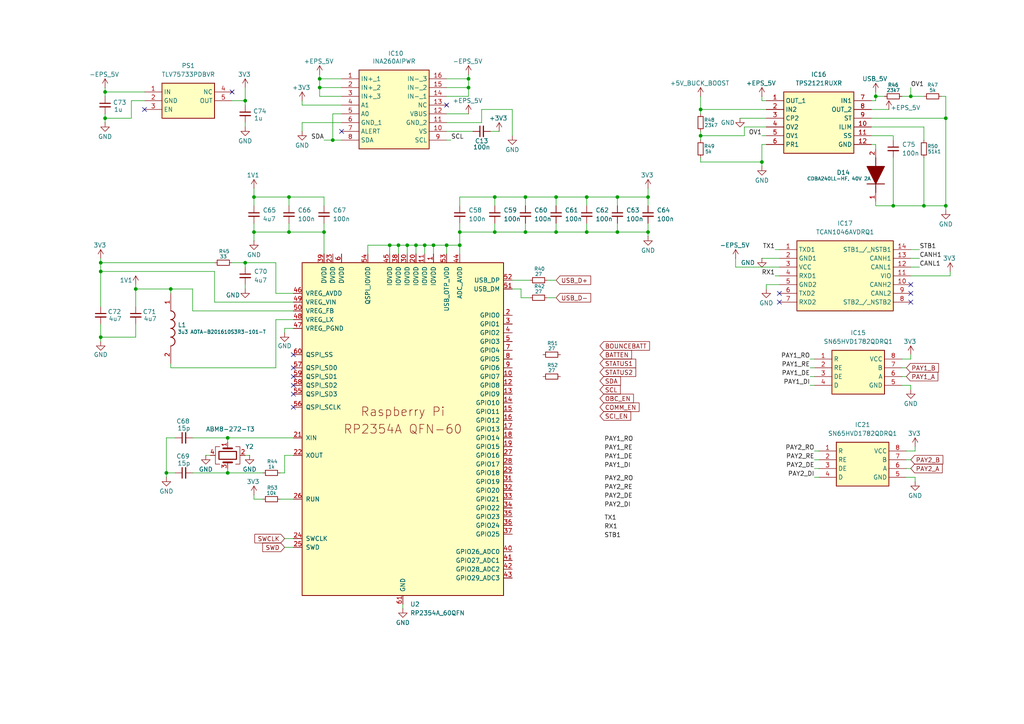
<source format=kicad_sch>
(kicad_sch (version 20250114) (generator "eeschema") (generator_version "9.0")
  (paper "A4")
  (title_block (title "HEDGE2 EPS") (date "2025-10-12") (rev "V0.8") (company "University of Virginia") (comment 1 "Department of Mechanical and Aerospace Engineering") (comment 2 "Edison Wong"))
  (junction (at 49.53 83.82))
  (junction (at 71.12 76.2))
  (junction (at 254 27.94))
  (junction (at 96.52 40.64))
  (junction (at 187.96 67.31))
  (junction (at 179.07 67.31))
  (junction (at 161.29 67.31))
  (junction (at 93.98 67.31))
  (junction (at 274.32 34.29))
  (junction (at 83.82 67.31))
  (junction (at 187.96 57.15))
  (junction (at 129.54 71.12))
  (junction (at 29.21 78.74))
  (junction (at 66.04 127))
  (junction (at 73.66 67.31))
  (junction (at 161.29 57.15))
  (junction (at 259.08 59.69))
  (junction (at 83.82 57.15))
  (junction (at 152.4 57.15))
  (junction (at 170.18 57.15))
  (junction (at 48.26 137.16))
  (junction (at 118.11 71.12))
  (junction (at 73.66 57.15))
  (junction (at 120.65 71.12))
  (junction (at 267.97 59.69))
  (junction (at 125.73 71.12))
  (junction (at 264.16 27.94))
  (junction (at 92.71 25.4))
  (junction (at 135.89 25.4))
  (junction (at 71.12 29.21))
  (junction (at 30.48 26.67))
  (junction (at 143.51 57.15))
  (junction (at 113.03 71.12))
  (junction (at 203.2 39.37))
  (junction (at 152.4 67.31))
  (junction (at 133.35 71.12))
  (junction (at 133.35 67.31))
  (junction (at 220.98 46.99))
  (junction (at 179.07 57.15))
  (junction (at 92.71 22.86))
  (junction (at 274.32 59.69))
  (junction (at 123.19 71.12))
  (junction (at 29.21 97.79))
  (junction (at 115.57 71.12))
  (junction (at 39.37 83.82))
  (junction (at 135.89 22.86))
  (junction (at 170.18 67.31))
  (junction (at 203.2 31.75))
  (junction (at 30.48 34.29))
  (junction (at 143.51 67.31))
  (junction (at 29.21 76.2))
  (junction (at 66.04 137.16))
  (no_connect (at 85.09 102.87))
  (no_connect (at 129.54 30.48))
  (no_connect (at 85.09 118.11))
  (no_connect (at 226.06 87.63))
  (no_connect (at 85.09 114.3))
  (no_connect (at 67.31 26.67))
  (no_connect (at 226.06 85.09))
  (no_connect (at 41.91 31.75))
  (no_connect (at 85.09 111.76))
  (no_connect (at 85.09 106.68))
  (no_connect (at 85.09 109.22))
  (no_connect (at 99.06 38.1))
  (no_connect (at 264.16 87.63))
  (no_connect (at 264.16 82.55))
  (no_connect (at 264.16 85.09))
  (wire (pts (xy 262.89 135.89) (xy 264.16 135.89)))
  (wire (pts (xy 133.35 57.15) (xy 143.51 57.15)))
  (wire (pts (xy 133.35 71.12) (xy 133.35 73.66)))
  (wire (pts (xy 267.97 36.83) (xy 267.97 40.64)))
  (wire (pts (xy 254 27.94) (xy 256.54 27.94)))
  (wire (pts (xy 274.32 59.69) (xy 274.32 60.96)))
  (wire (pts (xy 133.35 67.31) (xy 143.51 67.31)))
  (wire (pts (xy 39.37 83.82) (xy 49.53 83.82)))
  (wire (pts (xy 50.8 127) (xy 48.26 127)))
  (wire (pts (xy 273.05 27.94) (xy 274.32 27.94)))
  (wire (pts (xy 55.88 83.82) (xy 55.88 90.17)))
  (wire (pts (xy 265.43 138.43) (xy 262.89 138.43)))
  (wire (pts (xy 133.35 67.31) (xy 133.35 71.12)))
  (wire (pts (xy 236.22 133.35) (xy 237.49 133.35)))
  (wire (pts (xy 152.4 67.31) (xy 161.29 67.31)))
  (wire (pts (xy 264.16 27.94) (xy 267.97 27.94)))
  (wire (pts (xy 99.06 33.02) (xy 96.52 33.02)))
  (wire (pts (xy 30.48 25.4) (xy 30.48 26.67)))
  (wire (pts (xy 170.18 57.15) (xy 179.07 57.15)))
  (wire (pts (xy 125.73 71.12) (xy 129.54 71.12)))
  (wire (pts (xy 55.88 127) (xy 66.04 127)))
  (wire (pts (xy 38.1 34.29) (xy 30.48 34.29)))
  (wire (pts (xy 179.07 57.15) (xy 187.96 57.15)))
  (wire (pts (xy 115.57 71.12) (xy 115.57 73.66)))
  (wire (pts (xy 262.89 133.35) (xy 264.16 133.35)))
  (wire (pts (xy 71.12 82.55) (xy 71.12 83.82)))
  (wire (pts (xy 72.39 132.08) (xy 71.12 132.08)))
  (wire (pts (xy 261.62 106.68) (xy 262.89 106.68)))
  (wire (pts (xy 93.98 64.77) (xy 93.98 67.31)))
  (wire (pts (xy 213.36 77.47) (xy 226.06 77.47)))
  (wire (pts (xy 81.28 144.78) (xy 85.09 144.78)))
  (wire (pts (xy 148.59 31.75) (xy 148.59 39.37)))
  (wire (pts (xy 87.63 30.48) (xy 99.06 30.48)))
  (wire (pts (xy 129.54 40.64) (xy 130.81 40.64)))
  (wire (pts (xy 203.2 46.99) (xy 220.98 46.99)))
  (wire (pts (xy 274.32 27.94) (xy 274.32 34.29)))
  (wire (pts (xy 274.32 59.69) (xy 267.97 59.69)))
  (wire (pts (xy 261.62 104.14) (xy 264.16 104.14)))
  (wire (pts (xy 215.9 39.37) (xy 203.2 39.37)))
  (wire (pts (xy 142.24 38.1) (xy 144.78 38.1)))
  (wire (pts (xy 224.79 80.01) (xy 226.06 80.01)))
  (wire (pts (xy 129.54 38.1) (xy 137.16 38.1)))
  (wire (pts (xy 261.62 27.94) (xy 264.16 27.94)))
  (wire (pts (xy 106.68 71.12) (xy 113.03 71.12)))
  (wire (pts (xy 83.82 67.31) (xy 83.82 64.77)))
  (wire (pts (xy 203.2 31.75) (xy 222.25 31.75)))
  (wire (pts (xy 264.16 113.03) (xy 264.16 111.76)))
  (wire (pts (xy 99.06 27.94) (xy 92.71 27.94)))
  (wire (pts (xy 151.13 83.82) (xy 151.13 86.36)))
  (wire (pts (xy 49.53 105.41) (xy 49.53 106.68)))
  (wire (pts (xy 92.71 21.59) (xy 92.71 22.86)))
  (wire (pts (xy 264.16 25.4) (xy 264.16 27.94)))
  (wire (pts (xy 170.18 67.31) (xy 179.07 67.31)))
  (wire (pts (xy 93.98 59.69) (xy 93.98 57.15)))
  (wire (pts (xy 152.4 67.31) (xy 152.4 64.77)))
  (wire (pts (xy 48.26 138.43) (xy 48.26 137.16)))
  (wire (pts (xy 252.73 31.75) (xy 257.81 31.75)))
  (wire (pts (xy 220.98 46.99) (xy 220.98 48.26)))
  (wire (pts (xy 30.48 33.02) (xy 30.48 34.29)))
  (wire (pts (xy 143.51 67.31) (xy 152.4 67.31)))
  (wire (pts (xy 82.55 158.75) (xy 85.09 158.75)))
  (wire (pts (xy 254 59.69) (xy 259.08 59.69)))
  (wire (pts (xy 158.75 81.28) (xy 161.29 81.28)))
  (wire (pts (xy 73.66 143.51) (xy 73.66 144.78)))
  (wire (pts (xy 135.89 27.94) (xy 135.89 25.4)))
  (wire (pts (xy 264.16 111.76) (xy 261.62 111.76)))
  (wire (pts (xy 254 27.94) (xy 254 29.21)))
  (wire (pts (xy 203.2 39.37) (xy 203.2 40.64)))
  (wire (pts (xy 161.29 67.31) (xy 170.18 67.31)))
  (wire (pts (xy 139.7 35.56) (xy 139.7 31.75)))
  (wire (pts (xy 187.96 64.77) (xy 187.96 67.31)))
  (wire (pts (xy 29.21 76.2) (xy 62.23 76.2)))
  (wire (pts (xy 49.53 83.82) (xy 49.53 85.09)))
  (wire (pts (xy 220.98 74.93) (xy 226.06 74.93)))
  (wire (pts (xy 93.98 67.31) (xy 93.98 73.66)))
  (wire (pts (xy 152.4 57.15) (xy 152.4 59.69)))
  (wire (pts (xy 129.54 25.4) (xy 135.89 25.4)))
  (wire (pts (xy 234.95 104.14) (xy 236.22 104.14)))
  (wire (pts (xy 93.98 40.64) (xy 96.52 40.64)))
  (wire (pts (xy 49.53 83.82) (xy 55.88 83.82)))
  (wire (pts (xy 275.59 80.01) (xy 264.16 80.01)))
  (wire (pts (xy 41.91 26.67) (xy 30.48 26.67)))
  (wire (pts (xy 215.9 36.83) (xy 215.9 39.37)))
  (wire (pts (xy 48.26 127) (xy 48.26 137.16)))
  (wire (pts (xy 220.98 27.94) (xy 220.98 29.21)))
  (wire (pts (xy 254 26.67) (xy 254 27.94)))
  (wire (pts (xy 87.63 29.21) (xy 87.63 30.48)))
  (wire (pts (xy 187.96 59.69) (xy 187.96 57.15)))
  (wire (pts (xy 264.16 104.14) (xy 264.16 102.87)))
  (wire (pts (xy 29.21 97.79) (xy 29.21 99.06)))
  (wire (pts (xy 71.12 35.56) (xy 71.12 36.83)))
  (wire (pts (xy 82.55 96.52) (xy 82.55 95.25)))
  (wire (pts (xy 93.98 57.15) (xy 83.82 57.15)))
  (wire (pts (xy 39.37 97.79) (xy 29.21 97.79)))
  (wire (pts (xy 29.21 78.74) (xy 29.21 76.2)))
  (wire (pts (xy 129.54 71.12) (xy 133.35 71.12)))
  (wire (pts (xy 93.98 67.31) (xy 83.82 67.31)))
  (wire (pts (xy 39.37 83.82) (xy 39.37 88.9)))
  (wire (pts (xy 135.89 22.86) (xy 129.54 22.86)))
  (wire (pts (xy 92.71 27.94) (xy 92.71 25.4)))
  (wire (pts (xy 161.29 57.15) (xy 170.18 57.15)))
  (wire (pts (xy 29.21 93.98) (xy 29.21 97.79)))
  (wire (pts (xy 82.55 132.08) (xy 82.55 137.16)))
  (wire (pts (xy 82.55 95.25) (xy 85.09 95.25)))
  (wire (pts (xy 116.84 175.26) (xy 116.84 176.53)))
  (wire (pts (xy 66.04 127) (xy 66.04 128.27)))
  (wire (pts (xy 113.03 71.12) (xy 113.03 73.66)))
  (wire (pts (xy 170.18 57.15) (xy 170.18 59.69)))
  (wire (pts (xy 125.73 71.12) (xy 125.73 73.66)))
  (wire (pts (xy 71.12 29.21) (xy 71.12 30.48)))
  (wire (pts (xy 148.59 83.82) (xy 151.13 83.82)))
  (wire (pts (xy 148.59 81.28) (xy 153.67 81.28)))
  (wire (pts (xy 87.63 35.56) (xy 99.06 35.56)))
  (wire (pts (xy 187.96 67.31) (xy 179.07 67.31)))
  (wire (pts (xy 259.08 45.72) (xy 259.08 59.69)))
  (wire (pts (xy 220.98 41.91) (xy 220.98 46.99)))
  (wire (pts (xy 38.1 29.21) (xy 38.1 34.29)))
  (wire (pts (xy 254 41.91) (xy 254 43.18)))
  (wire (pts (xy 92.71 22.86) (xy 99.06 22.86)))
  (wire (pts (xy 55.88 137.16) (xy 66.04 137.16)))
  (wire (pts (xy 29.21 78.74) (xy 29.21 88.9)))
  (wire (pts (xy 30.48 34.29) (xy 30.48 35.56)))
  (wire (pts (xy 252.73 34.29) (xy 274.32 34.29)))
  (wire (pts (xy 275.59 78.74) (xy 275.59 80.01)))
  (wire (pts (xy 129.54 27.94) (xy 135.89 27.94)))
  (wire (pts (xy 73.66 57.15) (xy 83.82 57.15)))
  (wire (pts (xy 143.51 57.15) (xy 152.4 57.15)))
  (wire (pts (xy 222.25 36.83) (xy 215.9 36.83)))
  (wire (pts (xy 161.29 57.15) (xy 161.29 59.69)))
  (wire (pts (xy 170.18 67.31) (xy 170.18 64.77)))
  (wire (pts (xy 152.4 57.15) (xy 161.29 57.15)))
  (wire (pts (xy 71.12 76.2) (xy 71.12 77.47)))
  (wire (pts (xy 67.31 29.21) (xy 71.12 29.21)))
  (wire (pts (xy 87.63 35.56) (xy 87.63 38.1)))
  (wire (pts (xy 66.04 127) (xy 85.09 127)))
  (wire (pts (xy 179.07 67.31) (xy 179.07 64.77)))
  (wire (pts (xy 39.37 82.55) (xy 39.37 83.82)))
  (wire (pts (xy 236.22 135.89) (xy 237.49 135.89)))
  (wire (pts (xy 113.03 71.12) (xy 115.57 71.12)))
  (wire (pts (xy 262.89 130.81) (xy 265.43 130.81)))
  (wire (pts (xy 135.89 21.59) (xy 135.89 22.86)))
  (wire (pts (xy 66.04 137.16) (xy 76.2 137.16)))
  (wire (pts (xy 85.09 85.09) (xy 80.01 85.09)))
  (wire (pts (xy 214.63 34.29) (xy 222.25 34.29)))
  (wire (pts (xy 62.23 78.74) (xy 29.21 78.74)))
  (wire (pts (xy 179.07 57.15) (xy 179.07 59.69)))
  (wire (pts (xy 71.12 25.4) (xy 71.12 29.21)))
  (wire (pts (xy 254 58.42) (xy 254 59.69)))
  (wire (pts (xy 267.97 45.72) (xy 267.97 59.69)))
  (wire (pts (xy 222.25 82.55) (xy 226.06 82.55)))
  (wire (pts (xy 220.98 29.21) (xy 222.25 29.21)))
  (wire (pts (xy 115.57 71.12) (xy 118.11 71.12)))
  (wire (pts (xy 73.66 59.69) (xy 73.66 57.15)))
  (wire (pts (xy 85.09 87.63) (xy 62.23 87.63)))
  (wire (pts (xy 264.16 77.47) (xy 266.7 77.47)))
  (wire (pts (xy 222.25 83.82) (xy 222.25 82.55)))
  (wire (pts (xy 220.98 39.37) (xy 222.25 39.37)))
  (wire (pts (xy 234.95 109.22) (xy 236.22 109.22)))
  (wire (pts (xy 254 41.91) (xy 252.73 41.91)))
  (wire (pts (xy 264.16 74.93) (xy 266.7 74.93)))
  (wire (pts (xy 48.26 137.16) (xy 50.8 137.16)))
  (wire (pts (xy 143.51 64.77) (xy 143.51 67.31)))
  (wire (pts (xy 99.06 25.4) (xy 92.71 25.4)))
  (wire (pts (xy 59.69 132.08) (xy 60.96 132.08)))
  (wire (pts (xy 129.54 33.02) (xy 135.89 33.02)))
  (wire (pts (xy 118.11 71.12) (xy 118.11 73.66)))
  (wire (pts (xy 139.7 31.75) (xy 148.59 31.75)))
  (wire (pts (xy 49.53 106.68) (xy 80.01 106.68)))
  (wire (pts (xy 254 29.21) (xy 252.73 29.21)))
  (wire (pts (xy 151.13 86.36) (xy 153.67 86.36)))
  (wire (pts (xy 71.12 76.2) (xy 67.31 76.2)))
  (wire (pts (xy 252.73 39.37) (xy 259.08 39.37)))
  (wire (pts (xy 234.95 106.68) (xy 236.22 106.68)))
  (wire (pts (xy 123.19 71.12) (xy 125.73 71.12)))
  (wire (pts (xy 80.01 85.09) (xy 80.01 76.2)))
  (wire (pts (xy 96.52 33.02) (xy 96.52 40.64)))
  (wire (pts (xy 55.88 90.17) (xy 85.09 90.17)))
  (wire (pts (xy 187.96 67.31) (xy 187.96 68.58)))
  (wire (pts (xy 135.89 25.4) (xy 135.89 22.86)))
  (wire (pts (xy 118.11 71.12) (xy 120.65 71.12)))
  (wire (pts (xy 133.35 64.77) (xy 133.35 67.31)))
  (wire (pts (xy 213.36 74.93) (xy 213.36 77.47)))
  (wire (pts (xy 82.55 137.16) (xy 81.28 137.16)))
  (wire (pts (xy 259.08 59.69) (xy 267.97 59.69)))
  (wire (pts (xy 252.73 36.83) (xy 267.97 36.83)))
  (wire (pts (xy 96.52 40.64) (xy 99.06 40.64)))
  (wire (pts (xy 129.54 71.12) (xy 129.54 73.66)))
  (wire (pts (xy 83.82 57.15) (xy 83.82 59.69)))
  (wire (pts (xy 123.19 73.66) (xy 123.19 71.12)))
  (wire (pts (xy 62.23 87.63) (xy 62.23 78.74)))
  (wire (pts (xy 203.2 39.37) (xy 203.2 38.1)))
  (wire (pts (xy 133.35 59.69) (xy 133.35 57.15)))
  (wire (pts (xy 158.75 86.36) (xy 161.29 86.36)))
  (wire (pts (xy 106.68 73.66) (xy 106.68 71.12)))
  (wire (pts (xy 82.55 156.21) (xy 85.09 156.21)))
  (wire (pts (xy 220.98 41.91) (xy 222.25 41.91)))
  (wire (pts (xy 80.01 92.71) (xy 85.09 92.71)))
  (wire (pts (xy 30.48 26.67) (xy 30.48 27.94)))
  (wire (pts (xy 259.08 39.37) (xy 259.08 40.64)))
  (wire (pts (xy 73.66 54.61) (xy 73.66 57.15)))
  (wire (pts (xy 234.95 111.76) (xy 236.22 111.76)))
  (wire (pts (xy 143.51 57.15) (xy 143.51 59.69)))
  (wire (pts (xy 129.54 35.56) (xy 139.7 35.56)))
  (wire (pts (xy 236.22 130.81) (xy 237.49 130.81)))
  (wire (pts (xy 261.62 109.22) (xy 262.89 109.22)))
  (wire (pts (xy 274.32 34.29) (xy 274.32 59.69)))
  (wire (pts (xy 120.65 71.12) (xy 120.65 73.66)))
  (wire (pts (xy 203.2 27.94) (xy 203.2 31.75)))
  (wire (pts (xy 73.66 69.85) (xy 73.66 67.31)))
  (wire (pts (xy 92.71 25.4) (xy 92.71 22.86)))
  (wire (pts (xy 39.37 93.98) (xy 39.37 97.79)))
  (wire (pts (xy 123.19 71.12) (xy 120.65 71.12)))
  (wire (pts (xy 29.21 74.93) (xy 29.21 76.2)))
  (wire (pts (xy 80.01 106.68) (xy 80.01 92.71)))
  (wire (pts (xy 265.43 129.54) (xy 265.43 130.81)))
  (wire (pts (xy 85.09 132.08) (xy 82.55 132.08)))
  (wire (pts (xy 187.96 54.61) (xy 187.96 57.15)))
  (wire (pts (xy 41.91 29.21) (xy 38.1 29.21)))
  (wire (pts (xy 236.22 138.43) (xy 237.49 138.43)))
  (wire (pts (xy 66.04 137.16) (xy 66.04 135.89)))
  (wire (pts (xy 73.66 144.78) (xy 76.2 144.78)))
  (wire (pts (xy 203.2 45.72) (xy 203.2 46.99)))
  (wire (pts (xy 161.29 67.31) (xy 161.29 64.77)))
  (wire (pts (xy 73.66 67.31) (xy 83.82 67.31)))
  (wire (pts (xy 264.16 72.39) (xy 266.7 72.39)))
  (wire (pts (xy 80.01 76.2) (xy 71.12 76.2)))
  (wire (pts (xy 224.79 72.39) (xy 226.06 72.39)))
  (wire (pts (xy 203.2 31.75) (xy 203.2 33.02)))
  (wire (pts (xy 73.66 64.77) (xy 73.66 67.31)))
  (wire (pts (xy 265.43 139.7) (xy 265.43 138.43)))
  (label "OV1" (at 264.16 25.4 0))
  (label "PAY1_DI" (at 175.26 135.89 0))
  (label "PAY1_RO" (at 234.95 104.14 180))
  (label "RX1" (at 224.79 80.01 180))
  (label "PAY2_DI" (at 175.26 147.32 0))
  (label "OV1" (at 220.98 39.37 180))
  (label "TX1" (at 224.79 72.39 180))
  (label "PAY2_RE" (at 175.26 142.24 0))
  (label "TX1" (at 175.26 151.13 0))
  (label "SDA" (at 93.98 40.64 180))
  (label "PAY2_RE" (at 236.22 133.35 180))
  (label "CANL1" (at 266.7 77.47 0))
  (label "STB1" (at 175.26 156.21 0))
  (label "PAY1_RO" (at 175.26 128.27 0))
  (label "PAY1_RE" (at 234.95 106.68 180))
  (label "PAY2_DE" (at 236.22 135.89 180))
  (label "PAY1_DE" (at 234.95 109.22 180))
  (label "PAY1_RE" (at 175.26 130.81 0))
  (label "STB1" (at 266.7 72.39 0))
  (label "CANH1" (at 266.7 74.93 0))
  (label "PAY2_RO" (at 175.26 139.7 0))
  (label "PAY2_DE" (at 175.26 144.78 0))
  (label "PAY1_DI" (at 234.95 111.76 180))
  (label "PAY2_RO" (at 236.22 130.81 180))
  (label "PAY1_DE" (at 175.26 133.35 0))
  (label "SCL" (at 130.81 40.64 0))
  (label "PAY2_DI" (at 236.22 138.43 180))
  (label "RX1" (at 175.26 153.67 0))
  (global_label "BATTEN" (shape input) (at 173.99 102.87 0) (property "Intersheetrefs" "${INTERSHEET_REFS}" (effects (hide yes))))
  (global_label "SCL" (shape input) (at 173.99 113.03 0) (property "Intersheetrefs" "${INTERSHEET_REFS}" (effects (hide yes))))
  (global_label "USB_D-" (shape input) (at 161.29 86.36 0) (property "Intersheetrefs" "${INTERSHEET_REFS}" (effects (hide yes))))
  (global_label "SDA" (shape input) (at 173.99 110.49 0) (property "Intersheetrefs" "${INTERSHEET_REFS}" (effects (hide yes))))
  (global_label "COMM_EN" (shape input) (at 173.99 118.11 0) (property "Intersheetrefs" "${INTERSHEET_REFS}" (effects (hide yes))))
  (global_label "OBC_EN" (shape input) (at 173.99 115.57 0) (property "Intersheetrefs" "${INTERSHEET_REFS}" (effects (hide yes))))
  (global_label "PAY2_A" (shape input) (at 264.16 135.89 0) (property "Intersheetrefs" "${INTERSHEET_REFS}" (effects (hide yes))))
  (global_label "SWCLK" (shape input) (at 82.55 156.21 180) (property "Intersheetrefs" "${INTERSHEET_REFS}" (effects (hide yes))))
  (global_label "PAY2_B" (shape input) (at 264.16 133.35 0) (property "Intersheetrefs" "${INTERSHEET_REFS}" (effects (hide yes))))
  (global_label "BOUNCEBATT" (shape input) (at 173.99 100.33 0) (property "Intersheetrefs" "${INTERSHEET_REFS}" (effects (hide yes))))
  (global_label "SCI_EN" (shape input) (at 173.99 120.65 0) (property "Intersheetrefs" "${INTERSHEET_REFS}" (effects (hide yes))))
  (global_label "USB_D+" (shape input) (at 161.29 81.28 0) (property "Intersheetrefs" "${INTERSHEET_REFS}" (effects (hide yes))))
  (global_label "STATUS2" (shape input) (at 173.99 107.95 0) (property "Intersheetrefs" "${INTERSHEET_REFS}" (effects (hide yes))))
  (global_label "STATUS1" (shape input) (at 173.99 105.41 0) (property "Intersheetrefs" "${INTERSHEET_REFS}" (effects (hide yes))))
  (global_label "SWD" (shape input) (at 82.55 158.75 180) (property "Intersheetrefs" "${INTERSHEET_REFS}" (effects (hide yes))))
  (global_label "PAY1_A" (shape input) (at 262.89 109.22 0) (property "Intersheetrefs" "${INTERSHEET_REFS}" (effects (hide yes))))
  (global_label "PAY1_B" (shape input) (at 262.89 106.68 0) (property "Intersheetrefs" "${INTERSHEET_REFS}" (effects (hide yes))))
  (symbol (lib_id "MCU_RaspberryPi_RP2350:RP2350_60QFN") (at 116.84 124.46 0) (unit 1)
    (property "Reference" "U2" (at 118.9833 175.26 0) (effects (justify left)))
    (property "Value" "RP2354A_60QFN" (at 118.9833 177.8 0) (effects (justify left)))
    (property "Footprint" "RP2354A_60QFN_minimal:RP2350-QFN-60-1EP_7x7_P0.4mm_EP3.4x3.4mm_ThermalVias" (effects (hide yes)))
  )
  (symbol (lib_id "Device:C_Small") (at 139.7 38.1 90) (unit 1)
    (property "Reference" "C13" (at 139.7 40.894 90))
    (property "Value" "100n" (at 139.7 42.672 90))
    (property "Description" "Unpolarized capacitor, small symbol" (effects (hide yes)))
  )
  (symbol (lib_id "Device:Crystal_GND24") (at 66.04 132.08 270) (unit 1)
    (property "Reference" "Y2" (at 71.12 129.54 90) (effects (justify left)))
    (property "Value" "ABM8-272-T3" (at 59.69 124.46 90) (effects (justify left)))
    (property "Footprint" "Crystal:Crystal_SMD_3225-4Pin_3.2x2.5mm" (effects (hide yes)))
  )
  (symbol (lib_id "power:+12V") (at 135.89 21.59 0) (unit 1)
    (property "Reference" "#PWR046" (effects (hide yes)))
    (property "Value" "-EPS_5V" (at 135.636 17.78 0))
    (property "Description" "Power symbol creates a global label with name \"+12V\"" (effects (hide yes)))
  )
  (symbol (lib_id "power:GND") (at 220.98 48.26 0) (unit 1)
    (property "Reference" "#PWR0144" (effects (hide yes)))
    (property "Value" "GND" (at 220.98 52.324 0))
    (property "Description" "Power symbol creates a global label with name \"GND\" , ground" (effects (hide yes)))
  )
  (symbol (lib_id "Device:R_Small") (at 78.74 144.78 90) (unit 1)
    (property "Reference" "R53" (at 78.994 141.478 90) (effects (font (size 1.016 1.016))))
    (property "Value" "10k" (at 78.74 143.002 90) (effects (font (size 1.016 1.016))))
    (property "Description" "Resistor, small symbol" (effects (hide yes)))
  )
  (symbol (lib_id "power:+12V") (at 71.12 25.4 0) (unit 1)
    (property "Reference" "#PWR0137" (effects (hide yes)))
    (property "Value" "3V3" (at 70.866 21.59 0))
    (property "Description" "Power symbol creates a global label with name \"+12V\"" (effects (hide yes)))
  )
  (symbol (lib_id "power:GND") (at 82.55 96.52 0) (unit 1)
    (property "Reference" "#PWR0133" (effects (hide yes)))
    (property "Value" "GND" (at 82.55 100.33 0))
    (property "Description" "Power symbol creates a global label with name \"GND\" , ground" (effects (hide yes)))
  )
  (symbol (lib_id "power:GND") (at 148.59 39.37 0) (unit 1)
    (property "Reference" "#PWR048" (effects (hide yes)))
    (property "Value" "GND" (at 148.59 43.434 0))
    (property "Description" "Power symbol creates a global label with name \"GND\" , ground" (effects (hide yes)))
  )
  (symbol (lib_id "HEDGE2:CDBA240LL-HF") (at 254 58.42 90) (unit 1)
    (property "Reference" "D14" (at 244.602 50.038 90))
    (property "Value" "CDBA240LL-HF, 40V 2A" (at 243.332 51.816 90) (effects (font (size 1.016 1.016))))
    (property "Footprint" "DIOM5225X250N" (effects (hide yes)))
    (property "Datasheet" "https://datasheet.datasheetarchive.com/originals/distributors/Datasheets-DGA22/1401764.pdf" (effects (hide yes)))
    (property "Description" "Ultra Low VF SMD Schottky Barrier Rectifiers" (effects (hide yes)))
    (property "Height" "2.5" (effects (hide yes)))
    (property "Manufacturer_Name" "Comchip Technology" (effects (hide yes)))
    (property "Manufacturer_Part_Number" "CDBA240LL-HF" (effects (hide yes)))
    (property "Mouser Part Number" "750-CDBA240LL-HF" (effects (hide yes)))
    (property "Mouser Price/Stock" "https://www.mouser.co.uk/ProductDetail/Comchip-Technology/CDBA240LL-HF?qs=2qJf6qQ4IOK8%252BRkX5aZc7g%3D%3D" (effects (hide yes)))
    (property "Arrow Part Number" "CDBA240LL-HF" (effects (hide yes)))
    (property "Arrow Price/Stock" "https://www.arrow.com/en/products/cdba240ll-hf/comchip-technology?region=nac" (effects (hide yes)))
  )
  (symbol (lib_id "power:GND") (at 116.84 176.53 0) (unit 1)
    (property "Reference" "#PWR0124" (effects (hide yes)))
    (property "Value" "GND" (at 116.84 180.594 0))
    (property "Description" "Power symbol creates a global label with name \"GND\" , ground" (effects (hide yes)))
  )
  (symbol (lib_id "power:+12V") (at 187.96 54.61 0) (unit 1)
    (property "Reference" "#PWR0123" (effects (hide yes)))
    (property "Value" "3V3" (at 187.706 50.8 0))
    (property "Description" "Power symbol creates a global label with name \"+12V\"" (effects (hide yes)))
  )
  (symbol (lib_id "Device:R_Small") (at 160.02 109.22 90) (unit 1)
    (property "Reference" "R52" (at 160.274 105.918 90) (effects (font (size 1.016 1.016))))
    (property "Value" "27" (at 160.02 107.442 90) (effects (font (size 1.016 1.016))))
    (property "Description" "Resistor, small symbol" (effects (hide yes)))
  )
  (symbol (lib_id "Device:C_Small") (at 30.48 30.48 0) (unit 1)
    (property "Reference" "C73" (at 32.766 29.718 0) (effects (justify left)))
    (property "Value" "1u" (at 33.02 31.7562 0) (effects (justify left)))
    (property "Description" "Unpolarized capacitor, small symbol" (effects (hide yes)))
  )
  (symbol (lib_id "power:GND") (at 87.63 38.1 0) (unit 1)
    (property "Reference" "#PWR044" (effects (hide yes)))
    (property "Value" "GND" (at 87.63 42.164 0))
    (property "Description" "Power symbol creates a global label with name \"GND\" , ground" (effects (hide yes)))
  )
  (symbol (lib_id "power:GND") (at 73.66 69.85 0) (unit 1)
    (property "Reference" "#PWR0126" (effects (hide yes)))
    (property "Value" "GND" (at 73.66 73.914 0))
    (property "Description" "Power symbol creates a global label with name \"GND\" , ground" (effects (hide yes)))
  )
  (symbol (lib_id "Device:C_Small") (at 133.35 62.23 0) (unit 1)
    (property "Reference" "C58" (at 135.89 60.9662 0) (effects (justify left)))
    (property "Value" "100n" (at 135.89 63.5062 0) (effects (justify left)))
    (property "Description" "Unpolarized capacitor, small symbol" (effects (hide yes)))
  )
  (symbol (lib_id "power:GND") (at 30.48 35.56 0) (unit 1)
    (property "Reference" "#PWR0135" (effects (hide yes)))
    (property "Value" "GND" (at 30.48 39.624 0))
    (property "Description" "Power symbol creates a global label with name \"GND\" , ground" (effects (hide yes)))
  )
  (symbol (lib_id "HEDGE2:AOTA-B201610S3R3-101-T") (at 49.53 85.09 270) (unit 1)
    (property "Reference" "L1" (at 51.562 94.234 90) (effects (justify left)))
    (property "Value" "3u3 AOTA-B201610S3R3-101-T" (at 51.562 96.266 90) (effects (font (size 1.016 1.016)) (justify left)))
    (property "Footprint" "AOTAB201610S3R3101T" (effects (hide yes)))
    (property "Datasheet" "https://abracon.com/datasheets/AOTA-B201610S3R3-101-T.pdf" (effects (hide yes)))
    (property "Description" "Power Inductors - SMD IND 3.3uH" (effects (hide yes)))
    (property "Height" "1" (effects (hide yes)))
    (property "Manufacturer_Name" "ABRACON" (effects (hide yes)))
    (property "Manufacturer_Part_Number" "AOTA-B201610S3R3-101-T" (effects (hide yes)))
    (property "Mouser Part Number" "815-AB201610S3R3101T" (effects (hide yes)))
    (property "Mouser Price/Stock" "https://www.mouser.co.uk/ProductDetail/ABRACON/AOTA-B201610S3R3-101-T?qs=%252BXxaIXUDbq0IZvJW%2F2mv4w%3D%3D" (effects (hide yes)))
    (property "Arrow Part Number" "AOTA-B201610S3R3-101-T" (effects (hide yes)))
    (property "Arrow Price/Stock" "https://www.arrow.com/en/products/aota-b201610s3r3-101-t/abracon?utm_currency=USD&region=nac" (effects (hide yes)))
  )
  (symbol (lib_id "power:+12V") (at 275.59 78.74 0) (unit 1)
    (property "Reference" "#PWR0139" (effects (hide yes)))
    (property "Value" "3V3" (at 275.336 74.93 0))
    (property "Description" "Power symbol creates a global label with name \"+12V\"" (effects (hide yes)))
  )
  (symbol (lib_id "power:+12V") (at 254 26.67 0) (unit 1)
    (property "Reference" "#PWR0145" (effects (hide yes)))
    (property "Value" "USB_5V" (at 253.746 22.86 0))
    (property "Description" "Power symbol creates a global label with name \"+12V\"" (effects (hide yes)))
  )
  (symbol (lib_id "power:GND") (at 187.96 68.58 0) (unit 1)
    (property "Reference" "#PWR0122" (effects (hide yes)))
    (property "Value" "GND" (at 187.96 72.644 0))
    (property "Description" "Power symbol creates a global label with name \"GND\" , ground" (effects (hide yes)))
  )
  (symbol (lib_id "power:+3V3") (at 144.78 38.1 0) (unit 1)
    (property "Reference" "#PWR047" (effects (hide yes)))
    (property "Value" "+3V3" (at 144.526 34.29 0))
    (property "Description" "Power symbol creates a global label with name \"+3V3\"" (effects (hide yes)))
  )
  (symbol (lib_id "power:GND") (at 71.12 36.83 0) (unit 1)
    (property "Reference" "#PWR0136" (effects (hide yes)))
    (property "Value" "GND" (at 71.12 40.894 0))
    (property "Description" "Power symbol creates a global label with name \"GND\" , ground" (effects (hide yes)))
  )
  (symbol (lib_id "Device:C_Small") (at 53.34 137.16 90) (unit 1)
    (property "Reference" "C69" (at 53.086 132.334 90))
    (property "Value" "15p" (at 53.34 134.366 90))
    (property "Description" "Unpolarized capacitor, small symbol" (effects (hide yes)))
  )
  (symbol (lib_id "HEDGE2:INA260AIPWR") (at 99.06 22.86 0) (unit 1)
    (property "Reference" "IC10" (at 114.808 15.494 0))
    (property "Value" "INA260AIPWR" (at 114.3 17.78 0))
    (property "Footprint" "SOP65P640X120-16N" (effects (hide yes)))
    (property "Datasheet" "http://www.ti.com/lit/gpn/INA260" (effects (hide yes)))
    (property "Description" "36V, Bi-Dir, High Accuracy, Low-/High-Side, I2C Current/Pwr Monitor w/Integrated 2m Shunt Resistor" (effects (hide yes)))
    (property "Height" "1.2" (effects (hide yes)))
    (property "Manufacturer_Name" "Texas Instruments" (effects (hide yes)))
    (property "Manufacturer_Part_Number" "INA260AIPWR" (effects (hide yes)))
    (property "Mouser Part Number" "595-INA260AIPWR" (effects (hide yes)))
    (property "Mouser Price/Stock" "https://www.mouser.co.uk/ProductDetail/Texas-Instruments/INA260AIPWR?qs=vcbl%252BK4rRldNzXQDYx03SQ%3D%3D" (effects (hide yes)))
    (property "Arrow Part Number" "INA260AIPWR" (effects (hide yes)))
    (property "Arrow Price/Stock" "https://www.arrow.com/en/products/ina260aipwr/texas-instruments?utm_currency=USD&region=nac" (effects (hide yes)))
  )
  (symbol (lib_id "Device:C_Small") (at 71.12 80.01 0) (unit 1)
    (property "Reference" "C70" (at 73.66 78.7462 0) (effects (justify left)))
    (property "Value" "4u7" (at 73.66 81.2862 0) (effects (justify left)))
    (property "Description" "Unpolarized capacitor, small symbol" (effects (hide yes)))
  )
  (symbol (lib_id "power:+12V") (at 220.98 27.94 0) (unit 1)
    (property "Reference" "#PWR0147" (effects (hide yes)))
    (property "Value" "+EPS_5V" (at 220.726 24.13 0))
    (property "Description" "Power symbol creates a global label with name \"+12V\"" (effects (hide yes)))
  )
  (symbol (lib_id "Device:C_Small") (at 179.07 62.23 0) (unit 1)
    (property "Reference" "C63" (at 181.61 60.9662 0) (effects (justify left)))
    (property "Value" "100n" (at 181.61 63.5062 0) (effects (justify left)))
    (property "Description" "Unpolarized capacitor, small symbol" (effects (hide yes)))
  )
  (symbol (lib_id "Device:R_Small") (at 270.51 27.94 90) (unit 1)
    (property "Reference" "R47" (at 270.51 24.638 90) (effects (font (size 1.016 1.016))))
    (property "Value" "5k" (at 270.51 26.162 90) (effects (font (size 1.016 1.016))))
    (property "Description" "Resistor, small symbol" (effects (hide yes)))
  )
  (symbol (lib_id "HEDGE2:TPS2121RUXR") (at 222.25 29.21 0) (unit 1)
    (property "Reference" "IC16" (at 237.49 21.59 0))
    (property "Value" "TPS2121RUXR" (at 237.49 24.13 0))
    (property "Footprint" "TPS2121RUXR" (effects (hide yes)))
    (property "Datasheet" "https://www.ti.com/lit/gpn/TPS2121" (effects (hide yes)))
    (property "Description" "2.7-22V, 56m, 4.5A, Priority Power MUX with Seamless Switchover" (effects (hide yes)))
    (property "Height" "1" (effects (hide yes)))
    (property "Manufacturer_Name" "Texas Instruments" (effects (hide yes)))
    (property "Manufacturer_Part_Number" "TPS2121RUXR" (effects (hide yes)))
    (property "Mouser Part Number" "595-TPS2121RUXR" (effects (hide yes)))
    (property "Mouser Price/Stock" "https://www.mouser.co.uk/ProductDetail/Texas-Instruments/TPS2121RUXR?qs=qSfuJ%252Bfl%2Fd7dCYiVnUfngQ%3D%3D" (effects (hide yes)))
    (property "Arrow Part Number" "TPS2121RUXR" (effects (hide yes)))
    (property "Arrow Price/Stock" "https://www.arrow.com/en/products/tps2121ruxr/texas-instruments?utm_currency=USD&region=nac" (effects (hide yes)))
  )
  (symbol (lib_id "power:GND") (at 71.12 83.82 0) (unit 1)
    (property "Reference" "#PWR0130" (effects (hide yes)))
    (property "Value" "GND" (at 67.564 85.598 0))
    (property "Description" "Power symbol creates a global label with name \"GND\" , ground" (effects (hide yes)))
  )
  (symbol (lib_id "Device:R_Small") (at 78.74 137.16 90) (unit 1)
    (property "Reference" "R44" (at 78.994 133.858 90) (effects (font (size 1.016 1.016))))
    (property "Value" "1k" (at 78.74 135.382 90) (effects (font (size 1.016 1.016))))
    (property "Description" "Resistor, small symbol" (effects (hide yes)))
  )
  (symbol (lib_id "power:GND") (at 264.16 113.03 0) (unit 1)
    (property "Reference" "#PWR0153" (effects (hide yes)))
    (property "Value" "GND" (at 264.16 117.094 0))
    (property "Description" "Power symbol creates a global label with name \"GND\" , ground" (effects (hide yes)))
  )
  (symbol (lib_id "power:+12V") (at 92.71 21.59 0) (unit 1)
    (property "Reference" "#PWR045" (effects (hide yes)))
    (property "Value" "+EPS_5V" (at 92.456 17.78 0))
    (property "Description" "Power symbol creates a global label with name \"+12V\"" (effects (hide yes)))
  )
  (symbol (lib_id "Device:C_Small") (at 161.29 62.23 0) (unit 1)
    (property "Reference" "C61" (at 163.83 60.9662 0) (effects (justify left)))
    (property "Value" "100n" (at 163.83 63.5062 0) (effects (justify left)))
    (property "Description" "Unpolarized capacitor, small symbol" (effects (hide yes)))
  )
  (symbol (lib_id "Device:R_Small") (at 267.97 43.18 0) (unit 1)
    (property "Reference" "R50" (at 270.51 42.418 0) (effects (font (size 1.016 1.016))))
    (property "Value" "51k1" (at 271.018 43.942 0) (effects (font (size 1.016 1.016))))
    (property "Description" "Resistor, small symbol" (effects (hide yes)))
  )
  (symbol (lib_id "Device:C_Small") (at 83.82 62.23 0) (unit 1)
    (property "Reference" "C66" (at 86.36 60.9662 0) (effects (justify left)))
    (property "Value" "100n" (at 86.36 63.5062 0) (effects (justify left)))
    (property "Description" "Unpolarized capacitor, small symbol" (effects (hide yes)))
  )
  (symbol (lib_id "Device:R_Small") (at 160.02 102.87 90) (unit 1)
    (property "Reference" "R51" (at 160.274 99.568 90) (effects (font (size 1.016 1.016))))
    (property "Value" "27" (at 160.02 101.092 90) (effects (font (size 1.016 1.016))))
    (property "Description" "Resistor, small symbol" (effects (hide yes)))
  )
  (symbol (lib_id "Device:C_Small") (at 93.98 62.23 0) (unit 1)
    (property "Reference" "C67" (at 96.52 60.9662 0) (effects (justify left)))
    (property "Value" "100n" (at 96.52 63.5062 0) (effects (justify left)))
    (property "Description" "Unpolarized capacitor, small symbol" (effects (hide yes)))
  )
  (symbol (lib_id "Device:C_Small") (at 152.4 62.23 0) (unit 1)
    (property "Reference" "C60" (at 154.94 60.9662 0) (effects (justify left)))
    (property "Value" "100n" (at 154.94 63.5062 0) (effects (justify left)))
    (property "Description" "Unpolarized capacitor, small symbol" (effects (hide yes)))
  )
  (symbol (lib_id "power:+12V") (at 213.36 74.93 0) (unit 1)
    (property "Reference" "#PWR0140" (effects (hide yes)))
    (property "Value" "-EPS_5V" (at 213.106 71.12 0))
    (property "Description" "Power symbol creates a global label with name \"+12V\"" (effects (hide yes)))
  )
  (symbol (lib_id "power:GND") (at 29.21 99.06 0) (unit 1)
    (property "Reference" "#PWR0134" (effects (hide yes)))
    (property "Value" "GND" (at 29.21 102.87 0))
    (property "Description" "Power symbol creates a global label with name \"GND\" , ground" (effects (hide yes)))
  )
  (symbol (lib_id "Device:C_Small") (at 187.96 62.23 0) (unit 1)
    (property "Reference" "C64" (at 190.5 60.9662 0) (effects (justify left)))
    (property "Value" "100n" (at 190.5 63.5062 0) (effects (justify left)))
    (property "Description" "Unpolarized capacitor, small symbol" (effects (hide yes)))
  )
  (symbol (lib_id "power:GND") (at 59.69 132.08 0) (unit 1)
    (property "Reference" "#PWR0129" (effects (hide yes)))
    (property "Value" "GND" (at 59.69 136.144 0))
    (property "Description" "Power symbol creates a global label with name \"GND\" , ground" (effects (hide yes)))
  )
  (symbol (lib_id "power:+12V") (at 29.21 74.93 0) (unit 1)
    (property "Reference" "#PWR0132" (effects (hide yes)))
    (property "Value" "3V3" (at 28.956 71.12 0))
    (property "Description" "Power symbol creates a global label with name \"+12V\"" (effects (hide yes)))
  )
  (symbol (lib_id "power:+3V3") (at 87.63 29.21 0) (unit 1)
    (property "Reference" "#PWR043" (effects (hide yes)))
    (property "Value" "+3V3" (at 87.376 25.4 0))
    (property "Description" "Power symbol creates a global label with name \"+3V3\"" (effects (hide yes)))
  )
  (symbol (lib_id "Device:C_Small") (at 73.66 62.23 0) (unit 1)
    (property "Reference" "C65" (at 76.2 60.9662 0) (effects (justify left)))
    (property "Value" "4u7" (at 76.2 63.5062 0) (effects (justify left)))
    (property "Description" "Unpolarized capacitor, small symbol" (effects (hide yes)))
  )
  (symbol (lib_id "Device:C_Small") (at 143.51 62.23 0) (unit 1)
    (property "Reference" "C59" (at 146.05 60.9662 0) (effects (justify left)))
    (property "Value" "100n" (at 146.05 63.5062 0) (effects (justify left)))
    (property "Description" "Unpolarized capacitor, small symbol" (effects (hide yes)))
  )
  (symbol (lib_id "power:+12V") (at 30.48 25.4 0) (unit 1)
    (property "Reference" "#PWR0138" (effects (hide yes)))
    (property "Value" "-EPS_5V" (at 30.226 21.59 0))
    (property "Description" "Power symbol creates a global label with name \"+12V\"" (effects (hide yes)))
  )
  (symbol (lib_id "power:+12V") (at 39.37 82.55 0) (unit 1)
    (property "Reference" "#PWR0131" (effects (hide yes)))
    (property "Value" "1V1" (at 36.576 81.28 0))
    (property "Description" "Power symbol creates a global label with name \"+12V\"" (effects (hide yes)))
  )
  (symbol (lib_id "power:+12V") (at 265.43 129.54 0) (unit 1)
    (property "Reference" "#PWR0151" (effects (hide yes)))
    (property "Value" "3V3" (at 265.176 125.73 0))
    (property "Description" "Power symbol creates a global label with name \"+12V\"" (effects (hide yes)))
  )
  (symbol (lib_id "power:GND") (at 265.43 139.7 0) (unit 1)
    (property "Reference" "#PWR0150" (effects (hide yes)))
    (property "Value" "GND" (at 265.43 143.764 0))
    (property "Description" "Power symbol creates a global label with name \"GND\" , ground" (effects (hide yes)))
  )
  (symbol (lib_id "power:+12V") (at 257.81 31.75 0) (unit 1)
    (property "Reference" "#PWR0148" (effects (hide yes)))
    (property "Value" "+EPS_5V" (at 262.636 31.242 0))
    (property "Description" "Power symbol creates a global label with name \"+12V\"" (effects (hide yes)))
  )
  (symbol (lib_id "power:+12V") (at 135.89 33.02 0) (unit 1)
    (property "Reference" "#PWR0121" (effects (hide yes)))
    (property "Value" "+EPS_5V" (at 135.636 29.21 0))
    (property "Description" "Power symbol creates a global label with name \"+12V\"" (effects (hide yes)))
  )
  (symbol (lib_id "power:+12V") (at 203.2 27.94 0) (unit 1)
    (property "Reference" "#PWR0146" (effects (hide yes)))
    (property "Value" "+5V_BUCK_BOOST" (at 202.946 24.13 0))
    (property "Description" "Power symbol creates a global label with name \"+12V\"" (effects (hide yes)))
  )
  (symbol (lib_id "HEDGE2:TLV75733PDBVR") (at 41.91 26.67 0) (unit 1)
    (property "Reference" "PS1" (at 54.61 19.05 0))
    (property "Value" "TLV75733PDBVR" (at 54.61 21.59 0))
    (property "Footprint" "SOT95P280X145-5N" (effects (hide yes)))
    (property "Datasheet" "http://www.ti.com/lit/gpn/tlv757p" (effects (hide yes)))
    (property "Description" "LDO Voltage Regulators 1A Low-IQ Small-Size Low-Dropout (LDO) Regulator 5-SOT-23 -40 to 125" (effects (hide yes)))
    (property "Height" "1.45" (effects (hide yes)))
    (property "Manufacturer_Name" "Texas Instruments" (effects (hide yes)))
    (property "Manufacturer_Part_Number" "TLV75733PDBVR" (effects (hide yes)))
    (property "Mouser Part Number" "595-TLV75733PDBVR" (effects (hide yes)))
    (property "Mouser Price/Stock" "https://www.mouser.co.uk/ProductDetail/Texas-Instruments/TLV75733PDBVR?qs=y6ZabgHbY%252BwAAzSntTW34w%3D%3D" (effects (hide yes)))
    (property "Arrow Part Number" "TLV75733PDBVR" (effects (hide yes)))
    (property "Arrow Price/Stock" "https://www.arrow.com/en/products/tlv75733pdbvr/texas-instruments?utm_currency=USD&region=nac" (effects (hide yes)))
  )
  (symbol (lib_id "power:GND") (at 274.32 60.96 0) (unit 1)
    (property "Reference" "#PWR0143" (effects (hide yes)))
    (property "Value" "GND" (at 274.32 65.024 0))
    (property "Description" "Power symbol creates a global label with name \"GND\" , ground" (effects (hide yes)))
  )
  (symbol (lib_id "HEDGE2:SN65HVD1782QDRQ1") (at 237.49 130.81 0) (unit 1)
    (property "Reference" "IC21" (at 250.19 123.19 0))
    (property "Value" "SN65HVD1782QDRQ1" (at 250.19 125.73 0))
    (property "Footprint" "SOIC127P600X175-8N" (effects (hide yes)))
    (property "Datasheet" "http://www.ti.com/lit/ds/symlink/sn65hvd1782-q1.pdf" (effects (hide yes)))
    (property "Description" "Automotive Fault-Protected RS-485 Transceivers with 3.3-V to 5-V Operation" (effects (hide yes)))
    (property "Height" "1.75" (effects (hide yes)))
    (property "Manufacturer_Name" "Texas Instruments" (effects (hide yes)))
    (property "Manufacturer_Part_Number" "SN65HVD1782QDRQ1" (effects (hide yes)))
    (property "Mouser Part Number" "595-SN65HVD1782QDRQ1" (effects (hide yes)))
    (property "Mouser Price/Stock" "https://www.mouser.co.uk/ProductDetail/Texas-Instruments/SN65HVD1782QDRQ1?qs=8%2FmU9qzJpL8mmEwMbjC79g%3D%3D" (effects (hide yes)))
    (property "Arrow Part Number" "SN65HVD1782QDRQ1" (effects (hide yes)))
    (property "Arrow Price/Stock" "https://www.arrow.com/en/products/sn65hvd1782qdrq1/texas-instruments?region=nac" (effects (hide yes)))
  )
  (symbol (lib_id "Device:C_Small") (at 259.08 43.18 0) (unit 1)
    (property "Reference" "C75" (at 261.62 41.9162 0) (effects (justify left)))
    (property "Value" "100n" (at 261.62 44.4562 0) (effects (justify left)))
    (property "Description" "Unpolarized capacitor, small symbol" (effects (hide yes)))
  )
  (symbol (lib_id "Device:R_Small") (at 203.2 35.56 0) (unit 1)
    (property "Reference" "R48" (at 205.74 34.798 0) (effects (font (size 1.016 1.016))))
    (property "Value" "23k7" (at 206.248 36.322 0) (effects (font (size 1.016 1.016))))
    (property "Description" "Resistor, small symbol" (effects (hide yes)))
  )
  (symbol (lib_id "power:GND") (at 48.26 138.43 0) (unit 1)
    (property "Reference" "#PWR0127" (effects (hide yes)))
    (property "Value" "GND" (at 48.26 142.494 0))
    (property "Description" "Power symbol creates a global label with name \"GND\" , ground" (effects (hide yes)))
  )
  (symbol (lib_id "Device:C_Small") (at 53.34 127 90) (unit 1)
    (property "Reference" "C68" (at 53.086 122.174 90))
    (property "Value" "15p" (at 53.34 124.206 90))
    (property "Description" "Unpolarized capacitor, small symbol" (effects (hide yes)))
  )
  (symbol (lib_id "Device:C_Small") (at 29.21 91.44 0) (unit 1)
    (property "Reference" "C72" (at 31.242 90.424 0) (effects (justify left)))
    (property "Value" "4u7" (at 31.496 92.456 0) (effects (justify left)))
    (property "Description" "Unpolarized capacitor, small symbol" (effects (hide yes)))
  )
  (symbol (lib_id "power:+12V") (at 73.66 143.51 0) (unit 1)
    (property "Reference" "#PWR0172" (effects (hide yes)))
    (property "Value" "3V3" (at 73.406 139.7 0))
    (property "Description" "Power symbol creates a global label with name \"+12V\"" (effects (hide yes)))
  )
  (symbol (lib_id "Device:C_Small") (at 71.12 33.02 0) (unit 1)
    (property "Reference" "C74" (at 73.406 32.258 0) (effects (justify left)))
    (property "Value" "1u" (at 73.66 34.2962 0) (effects (justify left)))
    (property "Description" "Unpolarized capacitor, small symbol" (effects (hide yes)))
  )
  (symbol (lib_id "power:GND") (at 72.39 132.08 0) (unit 1)
    (property "Reference" "#PWR0128" (effects (hide yes)))
    (property "Value" "GND" (at 72.39 136.144 0))
    (property "Description" "Power symbol creates a global label with name \"GND\" , ground" (effects (hide yes)))
  )
  (symbol (lib_id "HEDGE2:SN65HVD1782QDRQ1") (at 236.22 104.14 0) (unit 1)
    (property "Reference" "IC15" (at 248.92 96.52 0))
    (property "Value" "SN65HVD1782QDRQ1" (at 248.92 99.06 0))
    (property "Footprint" "SOIC127P600X175-8N" (effects (hide yes)))
    (property "Datasheet" "http://www.ti.com/lit/ds/symlink/sn65hvd1782-q1.pdf" (effects (hide yes)))
    (property "Description" "Automotive Fault-Protected RS-485 Transceivers with 3.3-V to 5-V Operation" (effects (hide yes)))
    (property "Height" "1.75" (effects (hide yes)))
    (property "Manufacturer_Name" "Texas Instruments" (effects (hide yes)))
    (property "Manufacturer_Part_Number" "SN65HVD1782QDRQ1" (effects (hide yes)))
    (property "Mouser Part Number" "595-SN65HVD1782QDRQ1" (effects (hide yes)))
    (property "Mouser Price/Stock" "https://www.mouser.co.uk/ProductDetail/Texas-Instruments/SN65HVD1782QDRQ1?qs=8%2FmU9qzJpL8mmEwMbjC79g%3D%3D" (effects (hide yes)))
    (property "Arrow Part Number" "SN65HVD1782QDRQ1" (effects (hide yes)))
    (property "Arrow Price/Stock" "https://www.arrow.com/en/products/sn65hvd1782qdrq1/texas-instruments?region=nac" (effects (hide yes)))
  )
  (symbol (lib_id "power:+12V") (at 73.66 54.61 0) (unit 1)
    (property "Reference" "#PWR0125" (effects (hide yes)))
    (property "Value" "1V1" (at 73.406 50.8 0))
    (property "Description" "Power symbol creates a global label with name \"+12V\"" (effects (hide yes)))
  )
  (symbol (lib_id "Device:C_Small") (at 39.37 91.44 0) (unit 1)
    (property "Reference" "C71" (at 41.402 90.424 0) (effects (justify left)))
    (property "Value" "4u7" (at 41.656 92.456 0) (effects (justify left)))
    (property "Description" "Unpolarized capacitor, small symbol" (effects (hide yes)))
  )
  (symbol (lib_id "HEDGE2:TCAN1046AVDRQ1") (at 226.06 72.39 0) (unit 1)
    (property "Reference" "IC17" (at 245.11 64.77 0))
    (property "Value" "TCAN1046AVDRQ1" (at 245.11 67.31 0))
    (property "Footprint" "SOIC127P600X175-14N" (effects (hide yes)))
    (property "Datasheet" "https://www.ti.com/product/TCAN1046AV-Q1/part-details/TCAN1046AVDRQ1" (effects (hide yes)))
    (property "Description" "Enhanced automotive dual CAN transceiver with standby and 1.8-V IO support" (effects (hide yes)))
    (property "Height" "1.75" (effects (hide yes)))
    (property "Manufacturer_Name" "Texas Instruments" (effects (hide yes)))
    (property "Manufacturer_Part_Number" "TCAN1046AVDRQ1" (effects (hide yes)))
    (property "Mouser Part Number" "595-TCAN1046AVDRQ1" (effects (hide yes)))
    (property "Mouser Price/Stock" "https://www.mouser.co.uk/ProductDetail/Texas-Instruments/TCAN1046AVDRQ1?qs=tlsG%2FOw5FFjbR86gS3QiNg%3D%3D" (effects (hide yes)))
  )
  (symbol (lib_id "power:GND") (at 214.63 34.29 0) (unit 1)
    (property "Reference" "#PWR0149" (effects (hide yes)))
    (property "Value" "GND" (at 211.074 35.56 0))
    (property "Description" "Power symbol creates a global label with name \"GND\" , ground" (effects (hide yes)))
  )
  (symbol (lib_id "Device:C_Small") (at 170.18 62.23 0) (unit 1)
    (property "Reference" "C62" (at 172.72 60.9662 0) (effects (justify left)))
    (property "Value" "100n" (at 172.72 63.5062 0) (effects (justify left)))
    (property "Description" "Unpolarized capacitor, small symbol" (effects (hide yes)))
  )
  (symbol (lib_id "Device:R_Small") (at 64.77 76.2 90) (unit 1)
    (property "Reference" "R45" (at 65.024 72.898 90) (effects (font (size 1.016 1.016))))
    (property "Value" "33" (at 64.77 74.422 90) (effects (font (size 1.016 1.016))))
    (property "Description" "Resistor, small symbol" (effects (hide yes)))
  )
  (symbol (lib_id "power:GND") (at 222.25 83.82 0) (unit 1)
    (property "Reference" "#PWR0141" (effects (hide yes)))
    (property "Value" "GND" (at 222.25 87.884 0))
    (property "Description" "Power symbol creates a global label with name \"GND\" , ground" (effects (hide yes)))
  )
  (symbol (lib_id "Device:R_Small") (at 259.08 27.94 90) (unit 1)
    (property "Reference" "R46" (at 259.08 24.638 90) (effects (font (size 1.016 1.016))))
    (property "Value" "23k7" (at 259.08 26.162 90) (effects (font (size 1.016 1.016))))
    (property "Description" "Resistor, small symbol" (effects (hide yes)))
  )
  (symbol (lib_id "Device:R_Small") (at 203.2 43.18 0) (unit 1)
    (property "Reference" "R49" (at 205.74 42.418 0) (effects (font (size 1.016 1.016))))
    (property "Value" "5k" (at 205.486 43.942 0) (effects (font (size 1.016 1.016))))
    (property "Description" "Resistor, small symbol" (effects (hide yes)))
  )
  (symbol (lib_id "Device:R_Small") (at 156.21 81.28 90) (unit 1)
    (property "Reference" "R40" (at 156.464 77.978 90) (effects (font (size 1.016 1.016))))
    (property "Value" "27" (at 156.21 79.502 90) (effects (font (size 1.016 1.016))))
    (property "Description" "Resistor, small symbol" (effects (hide yes)))
  )
  (symbol (lib_id "power:+12V") (at 264.16 102.87 0) (unit 1)
    (property "Reference" "#PWR0152" (effects (hide yes)))
    (property "Value" "3V3" (at 263.906 99.06 0))
    (property "Description" "Power symbol creates a global label with name \"+12V\"" (effects (hide yes)))
  )
  (symbol (lib_id "power:GND") (at 220.98 74.93 0) (unit 1)
    (property "Reference" "#PWR0142" (effects (hide yes)))
    (property "Value" "GND" (at 216.916 76.2 0))
    (property "Description" "Power symbol creates a global label with name \"GND\" , ground" (effects (hide yes)))
  )
  (symbol (lib_id "Device:R_Small") (at 156.21 86.36 90) (unit 1)
    (property "Reference" "R42" (at 156.464 83.058 90) (effects (font (size 1.016 1.016))))
    (property "Value" "27" (at 156.21 84.582 90) (effects (font (size 1.016 1.016))))
    (property "Description" "Resistor, small symbol" (effects (hide yes)))
  )
)
</source>
